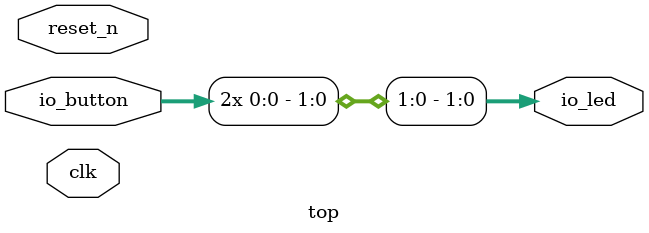
<source format=v>
module top (
  input clk,
  input reset_n,
  input [0:4] io_button, 
  output [23:0] io_led
);

// two leds light up when top button is pressed
assign io_led[0] = io_button[0]; 
assign io_led[1] = io_button[0]; 

endmodule

</source>
